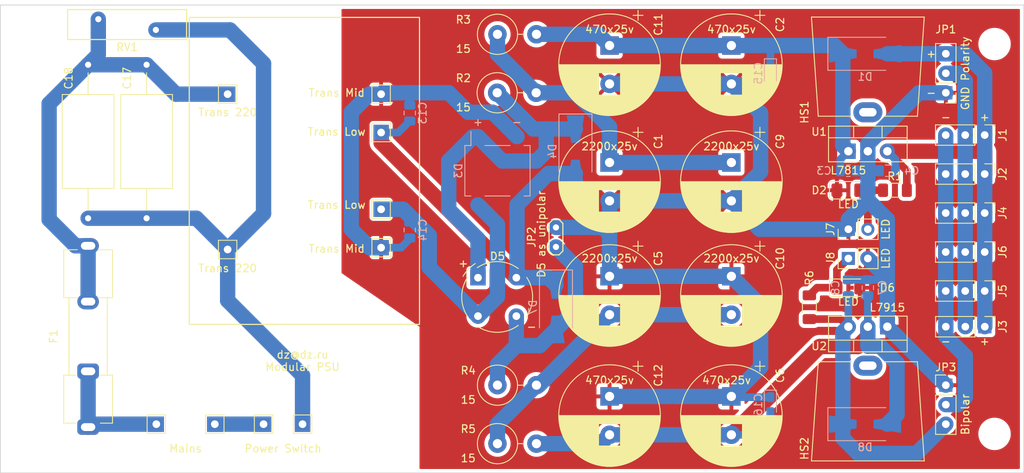
<source format=kicad_pcb>
(kicad_pcb (version 20211014) (generator pcbnew)
  (layers (0 "F.Cu" signal) (31 "B.Cu" signal) (34 "B.Paste" user) (35 "F.Paste" user) (36 "B.SilkS" user "B.Silkscreen") (37 "F.SilkS" user "F.Silkscreen") (38 "B.Mask" user) (39 "F.Mask" user) (44 "Edge.Cuts" user))
  (net 0 "")
  (net 1 "Net-(C1-Pad1)")
  (net 2 "Net-(C2-Pad1)")
  (net 3 "Net-(C4-Pad1)")
  (net 4 "Net-(C5-Pad2)")
  (net 5 "Net-(C6-Pad2)")
  (net 6 "Net-(C8-Pad2)")
  (net 7 "Net-(D3-Pad3)")
  (net 8 "Net-(D3-Pad4)")
  (net 9 "Net-(F1-Pad2)")
  (net 10 "Net-(TP6-Pad1)")
  (net 11 "Net-(D2-Pad2)")
  (net 12 "Net-(D3-Pad1)")
  (net 13 "Net-(D5-Pad3)")
  (net 14 "Net-(D6-Pad1)")
  (net 15 "Net-(F1-Pad1)")
  (net 18 "Net-(J1-Pad2)")
  (net 19 "Net-(J1-Pad3)")
  (net 20 "Net-(TP4-Pad1)")
  (net 21 "/GND")
  (footprint "Connector_PinHeader_2.54mm:PinHeader_1x03_P2.54mm_Vertical" (layer "F.Cu") (at 147.305 53.77 -90)
    (fp_text reference "J2" (at 0 -2.33 90) (layer "F.SilkS"))
    (fp_text value "Power")
    (pad "1" thru_hole rect (at 0 0 270) (size 1.7 1.7) (drill 1) (layers *.Cu *.Mask) (net 3 "Net-(C4-Pad1)"))
    (pad "2" thru_hole oval (at 0 2.54 270) (size 1.7 1.7) (drill 1) (layers *.Cu *.Mask) (net 18 "Net-(J1-Pad2)"))
    (pad "3" thru_hole oval (at 0 5.08 270) (size 1.7 1.7) (drill 1) (layers *.Cu *.Mask) (net 19 "Net-(J1-Pad3)"))
  )
  (footprint "TestPoint:TestPoint_THTPad_2.0x2.0mm_Drill1.0mm" (layer "F.Cu") (at 53.34 86.36)
    (fp_text reference "TP5" hide)
    (fp_text value "Power Switch" (at 2.54 3.175) (layer "F.SilkS"))
    (pad "1" thru_hole rect (at 0 0) (size 2 2) (drill 1) (layers *.Cu *.Mask) (net 20 "Net-(TP4-Pad1)"))
  )
  (footprint "Connector_PinHeader_2.54mm:PinHeader_1x03_P2.54mm_Vertical" (layer "F.Cu") (at 147.305 58.85 -90)
    (fp_text reference "J4" (at 0 -2.33 90) (layer "F.SilkS"))
    (fp_text value "Power")
    (pad "1" thru_hole rect (at 0 0 270) (size 1.7 1.7) (drill 1) (layers *.Cu *.Mask) (net 3 "Net-(C4-Pad1)"))
    (pad "2" thru_hole oval (at 0 2.54 270) (size 1.7 1.7) (drill 1) (layers *.Cu *.Mask) (net 18 "Net-(J1-Pad2)"))
    (pad "3" thru_hole oval (at 0 5.08 270) (size 1.7 1.7) (drill 1) (layers *.Cu *.Mask) (net 19 "Net-(J1-Pad3)"))
  )
  (footprint "MountingHole:MountingHole_3.2mm_M3" (layer "F.Cu") (at 22.86 87.63)
    (fp_text reference "H4" hide)
    (fp_text value "MountingHole" hide)
    (pad "" np_thru_hole circle (at 0 0) (size 3.2 3.2) (drill 3.2) (layers *.Cu *.Mask))
  )
  (footprint "TestPoint:TestPoint_THTPad_2.0x2.0mm_Drill1.0mm" (layer "F.Cu") (at 58.42 86.36)
    (fp_text reference "TP6" hide)
    (fp_text value "Power Switch")
    (pad "1" thru_hole rect (at 0 0) (size 2 2) (drill 1) (layers *.Cu *.Mask) (net 10 "Net-(TP6-Pad1)"))
  )
  (footprint "Capacitor_THT:CP_Radial_D13.0mm_P5.00mm" (layer "F.Cu") (at 98.425 82.745 -90)
    (fp_text reference "C12" (at -2.735 -6.35 90) (layer "F.SilkS"))
    (fp_text value "470x25v" (at -2.1 0 180) (layer "F.SilkS"))
    (pad "1" thru_hole rect (at 0 0 270) (size 2.4 2.4) (drill 1.2) (layers *.Cu *.Mask) (net 21 "/GND"))
    (pad "2" thru_hole circle (at 5 0 270) (size 2.4 2.4) (drill 1.2) (layers *.Cu *.Mask) (net 5 "Net-(C6-Pad2)"))
  )
  (footprint "Capacitor_THT:CP_Radial_D13.0mm_P5.00mm" (layer "F.Cu") (at 114.3 52.265 -90)
    (fp_text reference "C9" (at -2.735 -6.35 90) (layer "F.SilkS"))
    (fp_text value "2200x25v" (at -2.1 0 180) (layer "F.SilkS"))
    (pad "1" thru_hole rect (at 0 0 270) (size 2.4 2.4) (drill 1.2) (layers *.Cu *.Mask) (net 1 "Net-(C1-Pad1)"))
    (pad "2" thru_hole circle (at 5 0 270) (size 2.4 2.4) (drill 1.2) (layers *.Cu *.Mask) (net 21 "/GND"))
  )
  (footprint "MountingHole:MountingHole_3.2mm_M3" (layer "F.Cu") (at 148.59 87.63)
    (fp_text reference "H1" hide)
    (fp_text value "MountingHole" hide)
    (pad "" np_thru_hole circle (at 0 0) (size 3.2 3.2) (drill 3.2) (layers *.Cu *.Mask))
  )
  (footprint "Capacitor_THT:CP_Radial_D13.0mm_P5.00mm" (layer "F.Cu") (at 114.3 82.745 -90)
    (fp_text reference "C6" (at -2.735 -6.35 90) (layer "F.SilkS"))
    (fp_text value "470x25v" (at -2.1 0.635 180) (layer "F.SilkS"))
    (pad "1" thru_hole rect (at 0 0 270) (size 2.4 2.4) (drill 1.2) (layers *.Cu *.Mask) (net 21 "/GND"))
    (pad "2" thru_hole circle (at 5 0 270) (size 2.4 2.4) (drill 1.2) (layers *.Cu *.Mask) (net 5 "Net-(C6-Pad2)"))
  )
  (footprint "TestPoint:TestPoint_THTPad_2.0x2.0mm_Drill1.0mm" (layer "F.Cu") (at 48.66 43.36)
    (fp_text reference "TP3" hide)
    (fp_text value "Trans 220" (at 0 2.36) (layer "F.SilkS"))
    (pad "1" thru_hole rect (at 0 0) (size 2 2) (drill 1) (layers *.Cu *.Mask) (net 9 "Net-(F1-Pad2)"))
  )
  (footprint "Diode_THT:Diode_Bridge_Round_D9.0mm" (layer "F.Cu") (at 81.28 67.28)
    (fp_text reference "D5" (at 2.54 -2.794) (layer "F.SilkS"))
    (fp_text value "D_Bridge_+A-A")
    (pad "1" thru_hole rect (at 0 0) (size 2 2) (drill 1) (layers *.Cu *.Mask) (net 12 "Net-(D3-Pad1)"))
    (pad "2" thru_hole oval (at 0 5) (size 2 2) (drill 1) (layers *.Cu *.Mask) (net 8 "Net-(D3-Pad4)"))
    (pad "3" thru_hole oval (at 5 5) (size 2 2) (drill 1) (layers *.Cu *.Mask) (net 13 "Net-(D5-Pad3)"))
    (pad "4" thru_hole oval (at 5 0) (size 2 2) (drill 1) (layers *.Cu *.Mask) (net 7 "Net-(D3-Pad3)"))
  )
  (footprint "TestPoint:TestPoint_THTPad_2.0x2.0mm_Drill1.0mm" (layer "F.Cu") (at 68.66 48.36)
    (fp_text reference "TP1" hide)
    (fp_text value "Trans Low" (at -5.795 -0.1) (layer "F.SilkS"))
    (pad "1" thru_hole rect (at 0 0) (size 2 2) (drill 1) (layers *.Cu *.Mask) (net 7 "Net-(D3-Pad3)"))
  )
  (footprint "TestPoint:TestPoint_THTPad_2.0x2.0mm_Drill1.0mm" (layer "F.Cu") (at 68.66 43.36)
    (fp_text reference "TP10" hide)
    (fp_text value "Trans Mid" (at -5.795 -0.18) (layer "F.SilkS"))
    (pad "1" thru_hole rect (at 0 0) (size 2 2) (drill 1) (layers *.Cu *.Mask) (net 21 "/GND"))
  )
  (footprint "LED_SMD:LED_1206_3216Metric_Pad1.42x1.75mm_HandSolder" (layer "F.Cu") (at 129.54 55.88)
    (fp_text reference "D2" (at -3.81 0) (layer "F.SilkS"))
    (fp_text value "LED" (at 0 1.82) (layer "F.SilkS"))
    (pad "1" smd roundrect (at -1.4875 0) (size 1.425 1.75) (layers "F.Cu" "F.Paste" "F.Mask") (roundrect_rratio 0.1754392982) (net 21 "/GND"))
    (pad "2" smd roundrect (at 1.4875 0) (size 1.425 1.75) (layers "F.Cu" "F.Paste" "F.Mask") (roundrect_rratio 0.1754392982) (net 11 "Net-(D2-Pad2)"))
  )
  (footprint "Varistor:RV_Disc_D15.5mm_W3.9mm_P7.5mm" (layer "F.Cu") (at 31.81 33.59)
    (fp_text reference "RV1" (at 3.75 3.65) (layer "F.SilkS"))
    (fp_text value "Varistor")
    (pad "1" thru_hole circle (at 0 0) (size 1.8 1.8) (drill 0.8) (layers *.Cu *.Mask) (net 9 "Net-(F1-Pad2)"))
    (pad "2" thru_hole circle (at 7.5 1.4) (size 1.8 1.8) (drill 0.8) (layers *.Cu *.Mask) (net 10 "Net-(TP6-Pad1)"))
  )
  (footprint "Resistor_THT:R_Axial_DIN0516_L15.5mm_D5.0mm_P5.08mm_Vertical" (layer "F.Cu") (at 83.82 88.9)
    (fp_text reference "R5" (at -3.81 -1.905) (layer "F.SilkS"))
    (fp_text value "15" (at -3.81 1.905) (layer "F.SilkS"))
    (pad "1" thru_hole circle (at 0 0) (size 2.4 2.4) (drill 1.2) (layers *.Cu *.Mask) (net 4 "Net-(C5-Pad2)"))
    (pad "2" thru_hole oval (at 5.08 0) (size 2.4 2.4) (drill 1.2) (layers *.Cu *.Mask) (net 5 "Net-(C6-Pad2)"))
  )
  (footprint "Connector_PinHeader_2.54mm:PinHeader_1x02_P2.54mm_Vertical" (layer "F.Cu") (at 129.54 60.96 90)
    (fp_text reference "J7" (at 0 -2.33 90) (layer "F.SilkS"))
    (fp_text value "LED" (at 0 4.87 90) (layer "F.SilkS"))
    (pad "1" thru_hole rect (at 0 0 90) (size 1.7 1.7) (drill 1) (layers *.Cu *.Mask) (net 21 "/GND"))
    (pad "2" thru_hole oval (at 0 2.54 90) (size 1.7 1.7) (drill 1) (layers *.Cu *.Mask) (net 11 "Net-(D2-Pad2)"))
  )
  (footprint "Connector_PinHeader_2.54mm:PinHeader_1x03_P2.54mm_Vertical" (layer "F.Cu") (at 142.24 43.18 180)
    (fp_text reference "JP1" (at 0 8.255) (layer "F.SilkS"))
    (fp_text value "GND Polarity" (at -2.54 2.54 90) (layer "F.SilkS"))
    (pad "1" thru_hole rect (at 0 0 180) (size 1.7 1.7) (drill 1) (layers *.Cu *.Mask) (net 21 "/GND"))
    (pad "2" thru_hole oval (at 0 2.54 180) (size 1.7 1.7) (drill 1) (layers *.Cu *.Mask) (net 18 "Net-(J1-Pad2)"))
    (pad "3" thru_hole oval (at 0 5.08 180) (size 1.7 1.7) (drill 1) (layers *.Cu *.Mask) (net 3 "Net-(C4-Pad1)"))
  )
  (footprint "TestPoint:TestPoint_THTPad_2.0x2.0mm_Drill1.0mm" (layer "F.Cu") (at 46.99 86.36)
    (fp_text reference "TP4" hide)
    (fp_text value "Mains")
    (pad "1" thru_hole rect (at 0 0) (size 2 2) (drill 1) (layers *.Cu *.Mask) (net 20 "Net-(TP4-Pad1)"))
  )
  (footprint "LED_SMD:LED_1206_3216Metric_Pad1.42x1.75mm_HandSolder" (layer "F.Cu") (at 129.54 68.58)
    (fp_text reference "D6" (at 5.08 0) (layer "F.SilkS"))
    (fp_text value "LED" (at 0 1.82) (layer "F.SilkS"))
    (pad "1" smd roundrect (at -1.4875 0) (size 1.425 1.75) (layers "F.Cu" "F.Paste" "F.Mask") (roundrect_rratio 0.1754392982) (net 14 "Net-(D6-Pad1)"))
    (pad "2" smd roundrect (at 1.4875 0) (size 1.425 1.75) (layers "F.Cu" "F.Paste" "F.Mask") (roundrect_rratio 0.1754392982) (net 21 "/GND"))
  )
  (footprint "Capacitor_THT:C_Axial_L12.0mm_D6.5mm_P20.00mm_Horizontal" (layer "F.Cu") (at 38.1 39.53 -90)
    (fp_text reference "C17" (at 1.745 2.54 90) (layer "F.SilkS"))
    (fp_text value "C")
    (pad "1" thru_hole circle (at 0 0 270) (size 1.6 1.6) (drill 0.8) (layers *.Cu *.Mask) (net 9 "Net-(F1-Pad2)"))
    (pad "2" thru_hole oval (at 20 0 270) (size 1.6 1.6) (drill 0.8) (layers *.Cu *.Mask) (net 10 "Net-(TP6-Pad1)"))
  )
  (footprint "Connector_PinHeader_2.54mm:PinHeader_1x03_P2.54mm_Vertical" (layer "F.Cu") (at 147.305 69.01 -90)
    (fp_text reference "J5" (at 0 -2.33 90) (layer "F.SilkS"))
    (fp_text value "Power")
    (pad "1" thru_hole rect (at 0 0 270) (size 1.7 1.7) (drill 1) (layers *.Cu *.Mask) (net 3 "Net-(C4-Pad1)"))
    (pad "2" thru_hole oval (at 0 2.54 270) (size 1.7 1.7) (drill 1) (layers *.Cu *.Mask) (net 18 "Net-(J1-Pad2)"))
    (pad "3" thru_hole oval (at 0 5.08 270) (size 1.7 1.7) (drill 1) (layers *.Cu *.Mask) (net 19 "Net-(J1-Pad3)"))
  )
  (footprint "Connector_PinHeader_2.54mm:PinHeader_1x03_P2.54mm_Vertical" (layer "F.Cu") (at 142.24 81.28)
    (fp_text reference "JP3" (at 0 -2.33) (layer "F.SilkS"))
    (fp_text value "Bipolar" (at 2.54 3.81 90) (layer "F.SilkS"))
    (pad "1" thru_hole rect (at 0 0) (size 1.7 1.7) (drill 1) (layers *.Cu *.Mask) (net 21 "/GND"))
    (pad "2" thru_hole oval (at 0 2.54) (size 1.7 1.7) (drill 1) (layers *.Cu *.Mask) (net 19 "Net-(J1-Pad3)"))
    (pad "3" thru_hole oval (at 0 5.08) (size 1.7 1.7) (drill 1) (layers *.Cu *.Mask) (net 6 "Net-(C8-Pad2)"))
  )
  (footprint "Resistor_THT:R_Axial_DIN0516_L15.5mm_D5.0mm_P5.08mm_Vertical" (layer "F.Cu") (at 83.82 81.28)
    (fp_text reference "R4" (at -3.81 -1.905) (layer "F.SilkS"))
    (fp_text value "15" (at -3.81 1.905) (layer "F.SilkS"))
    (pad "1" thru_hole circle (at 0 0) (size 2.4 2.4) (drill 1.2) (layers *.Cu *.Mask) (net 13 "Net-(D5-Pad3)"))
    (pad "2" thru_hole oval (at 5.08 0) (size 2.4 2.4) (drill 1.2) (layers *.Cu *.Mask) (net 4 "Net-(C5-Pad2)"))
  )
  (footprint "Capacitor_THT:C_Axial_L12.0mm_D6.5mm_P20.00mm_Horizontal" (layer "F.Cu") (at 30.48 39.53 -90)
    (fp_text reference "C18" (at 1.745 2.54 90) (layer "F.SilkS"))
    (fp_text value "C")
    (pad "1" thru_hole circle (at 0 0 270) (size 1.6 1.6) (drill 0.8) (layers *.Cu *.Mask) (net 9 "Net-(F1-Pad2)"))
    (pad "2" thru_hole oval (at 20 0 270) (size 1.6 1.6) (drill 0.8) (layers *.Cu *.Mask) (net 10 "Net-(TP6-Pad1)"))
  )
  (footprint "Resistor_SMD:R_1206_3216Metric_Pad1.30x1.75mm_HandSolder" (layer "F.Cu") (at 124.46 71.12 90)
    (fp_text reference "R6" (at 3.81 0 90) (layer "F.SilkS"))
    (fp_text value "10k")
    (pad "1" smd roundrect (at -1.55 0 90) (size 1.3 1.75) (layers "F.Cu" "F.Paste" "F.Mask") (roundrect_rratio 0.1923076923) (net 6 "Net-(C8-Pad2)"))
    (pad "2" smd roundrect (at 1.55 0 90) (size 1.3 1.75) (layers "F.Cu" "F.Paste" "F.Mask") (roundrect_rratio 0.1923076923) (net 14 "Net-(D6-Pad1)"))
  )
  (footprint "Resistor_THT:R_Axial_DIN0516_L15.5mm_D5.0mm_P5.08mm_Vertical" (layer "F.Cu") (at 83.78 43.18)
    (fp_text reference "R2" (at -4.405 -1.905) (layer "F.SilkS"))
    (fp_text value "15" (at -4.405 1.905) (layer "F.SilkS"))
    (pad "1" thru_hole circle (at 0 0) (size 2.4 2.4) (drill 1.2) (layers *.Cu *.Mask) (net 12 "Net-(D3-Pad1)"))
    (pad "2" thru_hole oval (at 5.08 0) (size 2.4 2.4) (drill 1.2) (layers *.Cu *.Mask) (net 1 "Net-(C1-Pad1)"))
  )
  (footprint "Resistor_THT:R_Axial_DIN0516_L15.5mm_D5.0mm_P5.08mm_Vertical" (layer "F.Cu") (at 83.82 35.56)
    (fp_text reference "R3" (at -4.445 -1.905) (layer "F.SilkS"))
    (fp_text value "15" (at -4.445 1.905) (layer "F.SilkS"))
    (pad "1" thru_hole circle (at 0 0) (size 2.4 2.4) (drill 1.2) (layers *.Cu *.Mask) (net 1 "Net-(C1-Pad1)"))
    (pad "2" thru_hole oval (at 5.08 0) (size 2.4 2.4) (drill 1.2) (layers *.Cu *.Mask) (net 2 "Net-(C2-Pad1)"))
  )
  (footprint "MountingHole:MountingHole_3.2mm_M3" (layer "F.Cu") (at 22.86 36.83)
    (fp_text reference "H3" hide)
    (fp_text value "MountingHole" hide)
    (pad "" np_thru_hole circle (at 0 0) (size 3.2 3.2) (drill 3.2) (layers *.Cu *.Mask))
  )
  (footprint "Connector_PinHeader_2.54mm:PinHeader_1x03_P2.54mm_Vertical" (layer "F.Cu") (at 147.305 48.69 -90)
    (fp_text reference "J1" (at 0 -2.33 90) (layer "F.SilkS"))
    (fp_text value "Power")
    (pad "1" thru_hole rect (at 0 0 270) (size 1.7 1.7) (drill 1) (layers *.Cu *.Mask) (net 3 "Net-(C4-Pad1)"))
    (pad "2" thru_hole oval (at 0 2.54 270) (size 1.7 1.7) (drill 1) (layers *.Cu *.Mask) (net 18 "Net-(J1-Pad2)"))
    (pad "3" thru_hole oval (at 0 5.08 270) (size 1.7 1.7) (drill 1) (layers *.Cu *.Mask) (net 19 "Net-(J1-Pad3)"))
  )
  (footprint "Heatsink:Heatsink_AAVID_576802B03900G" (layer "F.Cu") (at 132.08 78.74 -90)
    (fp_text reference "HS2" (at 10.795 8.255 90) (layer "F.SilkS"))
    (fp_text value "Heatsink_Pad")
    (pad "1" thru_hole oval (at 0 0 270) (size 2.6 3.78) (drill oval 1.1 2.28) (layers *.Cu *.Mask))
  )
  (footprint "Connector_PinHeader_2.54mm:PinHeader_1x02_P2.54mm_Vertical" (layer "F.Cu") (at 129.54 64.77 90)
    (fp_text reference "J8" (at 0 -2.33 90) (layer "F.SilkS"))
    (fp_text value "LED" (at 0 4.87 90) (layer "F.SilkS"))
    (pad "1" thru_hole rect (at 0 0 90) (size 1.7 1.7) (drill 1) (layers *.Cu *.Mask) (net 14 "Net-(D6-Pad1)"))
    (pad "2" thru_hole oval (at 0 2.54 90) (size 1.7 1.7) (drill 1) (layers *.Cu *.Mask) (net 21 "/GND"))
  )
  (footprint "TestPoint:TestPoint_THTPad_2.0x2.0mm_Drill1.0mm" (layer "F.Cu") (at 39.37 86.36)
    (fp_text reference "TP2" hide)
    (fp_text value "Mains" (at 3.81 3.175) (layer "F.SilkS"))
    (pad "1" thru_hole rect (at 0 0) (size 2 2) (drill 1) (layers *.Cu *.Mask) (net 15 "Net-(F1-Pad1)"))
  )
  (footprint "TestPoint:TestPoint_2Pads_Pitch2.54mm_Drill0.8mm" (layer "F.Cu") (at 91.44 63.266 90)
    (fp_text reference "JP2" (at 1.27 -3.175 90) (layer "F.SilkS"))
    (fp_text value "D5 as unipolar" (at 1.671 -1.905 90) (layer "F.SilkS"))
    (pad "1" thru_hole circle (at 0 0 90) (size 1.4 1.4) (drill 0.8) (layers *.Cu *.Mask) (net 13 "Net-(D5-Pad3)"))
    (pad "2" thru_hole circle (at 2.54 0 90) (size 1.4 1.4) (drill 0.8) (layers *.Cu *.Mask) (net 21 "/GND"))
  )
  (footprint "TestPoint:TestPoint_THTPad_2.0x2.0mm_Drill1.0mm" (layer "F.Cu") (at 68.66 58.36)
    (fp_text reference "TP8" hide)
    (fp_text value "Trans Low" (at -5.795 -0.575) (layer "F.SilkS"))
    (pad "1" thru_hole rect (at 0 0) (size 2 2) (drill 1) (layers *.Cu *.Mask) (net 8 "Net-(D3-Pad4)"))
  )
  (footprint "MountingHole:MountingHole_3.2mm_M3" (layer "F.Cu") (at 148.59 36.83)
    (fp_text reference "H2" hide)
    (fp_text value "MountingHole" hide)
    (pad "" np_thru_hole circle (at 0 0) (size 3.2 3.2) (drill 3.2) (layers *.Cu *.Mask))
  )
  (footprint "Connector_PinHeader_2.54mm:PinHeader_1x03_P2.54mm_Vertical" (layer "F.Cu") (at 147.305 63.93 -90)
    (fp_text reference "J6" (at 0 -2.33 90) (layer "F.SilkS"))
    (fp_text value "Power")
    (pad "1" thru_hole rect (at 0 0 270) (size 1.7 1.7) (drill 1) (layers *.Cu *.Mask) (net 3 "Net-(C4-Pad1)"))
    (pad "2" thru_hole oval (at 0 2.54 270) (size 1.7 1.7) (drill 1) (layers *.Cu *.Mask) (net 18 "Net-(J1-Pad2)"))
    (pad "3" thru_hole oval (at 0 5.08 270) (size 1.7 1.7) (drill 1) (layers *.Cu *.Mask) (net 19 "Net-(J1-Pad3)"))
  )
  (footprint "Resistor_SMD:R_1206_3216Metric_Pad1.30x1.75mm_HandSolder" (layer "F.Cu") (at 135.61 55.88)
    (fp_text reference "R1" (at 0 -1.82) (layer "F.SilkS"))
    (fp_text value "10k")
    (pad "1" smd roundrect (at -1.55 0) (size 1.3 1.75) (layers "F.Cu" "F.Paste" "F.Mask") (roundrect_rratio 0.1923076923) (net 11 "Net-(D2-Pad2)"))
    (pad "2" smd roundrect (at 1.55 0) (size 1.3 1.75) (layers "F.Cu" "F.Paste" "F.Mask") (roundrect_rratio 0.1923076923) (net 3 "Net-(C4-Pad1)"))
  )
  (footprint "Capacitor_THT:CP_Radial_D13.0mm_P5.00mm" (layer "F.Cu") (at 114.3 67.094785 -90)
    (fp_text reference "C10" (at -2.324785 -6.35 90) (layer "F.SilkS"))
    (fp_text value "2200x25v" (at -2.324785 0 180) (layer "F.SilkS"))
    (pad "1" thru_hole rect (at 0 0 270) (size 2.4 2.4) (drill 1.2) (layers *.Cu *.Mask) (net 21 "/GND"))
    (pad "2" thru_hole circle (at 5 0 270) (size 2.4 2.4) (drill 1.2) (layers *.Cu *.Mask) (net 4 "Net-(C5-Pad2)"))
  )
  (footprint "Fuse:Fuseholder_Clip-5x20mm_Keystone_3512_Inline_P23.62x7.27mm_D1.02x1.57mm_Horizontal" (layer "F.Cu") (at 30.48 86.74 90)
    (fp_text reference "F1" (at 11.81 -4.5 90) (layer "F.SilkS"))
    (fp_text value "Fuse")
    (pad "1" thru_hole roundrect (at 7.27 0 90) (size 2 2.8) (drill oval 1.02 1.87) (layers *.Cu *.Mask) (net 15 "Net-(F1-Pad1)"))
    (pad "1" thru_hole roundrect (at 0 0 90) (size 2 2.8) (drill oval 1.02 1.87) (layers *.Cu *.Mask) (net 15 "Net-(F1-Pad1)"))
    (pad "2" thru_hole oval (at 23.62 0 90) (size 2 2.8) (drill oval 1.02 1.87) (layers *.Cu *.Mask) (net 9 "Net-(F1-Pad2)"))
    (pad "2" thru_hole oval (at 16.35 0 90) (size 2 2.8) (drill oval 1.02 1.87) (layers *.Cu *.Mask) (net 9 "Net-(F1-Pad2)"))
  )
  (footprint "Capacitor_THT:CP_Radial_D13.0mm_P5.00mm" (layer "F.Cu") (at 114.3 37.025 -90)
    (fp_text reference "C2" (at -2.735 -6.35 90) (layer "F.SilkS"))
    (fp_text value "470x25v" (at -2.1 0 180) (layer "F.SilkS"))
    (pad "1" thru_hole rect (at 0 0 270) (size 2.4 2.4) (drill 1.2) (layers *.Cu *.Mask) (net 2 "Net-(C2-Pad1)"))
    (pad "2" thru_hole circle (at 5 0 270) (size 2.4 2.4) (drill 1.2) (layers *.Cu *.Mask) (net 21 "/GND"))
  )
  (footprint "Package_TO_SOT_THT:TO-220-3_Vertical" (layer "F.Cu") (at 134.62 73.66 180)
    (fp_text reference "U2" (at 8.89 -2.54) (layer "F.SilkS"))
    (fp_text value "L7915" (at 0 2.5) (layer "F.SilkS"))
    (pad "1" thru_hole rect (at 0 0 180) (size 1.905 2) (drill 1.1) (layers *.Cu *.Mask) (net 21 "/GND"))
    (pad "2" thru_hole oval (at 2.54 0 180) (size 1.905 2) (drill 1.1) (layers *.Cu *.Mask) (net 5 "Net-(C6-Pad2)"))
    (pad "3" thru_hole oval (at 5.08 0 180) (size 1.905 2) (drill 1.1) (layers *.Cu *.Mask) (net 6 "Net-(C8-Pad2)"))
  )
  (footprint "Heatsink:Heatsink_AAVID_576802B03900G" (layer "F.Cu") (at 132.08 45.72 90)
    (fp_text reference "HS1" (at 0 -8.255 90) (layer "F.SilkS"))
    (fp_text value "Heatsink_Pad")
    (pad "1" thru_hole oval (at 0 0 90) (size 2.6 3.78) (drill oval 1.1 2.28) (layers *.Cu *.Mask))
  )
  (footprint "Package_TO_SOT_THT:TO-220-3_Vertical" (layer "F.Cu") (at 129.54 50.8)
    (fp_text reference "U1" (at -3.81 -2.54) (layer "F.SilkS"))
    (fp_text value "L7815" (at 0 2.5) (layer "F.SilkS"))
    (pad "1" thru_hole rect (at 0 0) (size 1.905 2) (drill 1.1) (layers *.Cu *.Mask) (net 2 "Net-(C2-Pad1)"))
    (pad "2" thru_hole oval (at 2.54 0) (size 1.905 2) (drill 1.1) (layers *.Cu *.Mask) (net 21 "/GND"))
    (pad "3" thru_hole oval (at 5.08 0) (size 1.905 2) (drill 1.1) (layers *.Cu *.Mask) (net 3 "Net-(C4-Pad1)"))
  )
  (footprint "Connector_PinHeader_2.54mm:PinHeader_1x03_P2.54mm_Vertical" (layer "F.Cu") (at 147.32 73.66 -90)
    (fp_text reference "J3" (at 0 -2.33 90) (layer "F.SilkS"))
    (fp_text value "Power")
    (pad "1" thru_hole rect (at 0 0 270) (size 1.7 1.7) (drill 1) (layers *.Cu *.Mask) (net 3 "Net-(C4-Pad1)"))
    (pad "2" thru_hole oval (at 0 2.54 270) (size 1.7 1.7) (drill 1) (layers *.Cu *.Mask) (net 18 "Net-(J1-Pad2)"))
    (pad "3" thru_hole oval (at 0 5.08 270) (size 1.7 1.7) (drill 1) (layers *.Cu *.Mask) (net 19 "Net-(J1-Pad3)"))
  )
  (footprint "TestPoint:TestPoint_THTPad_2.0x2.0mm_Drill1.0mm" (layer "F.Cu") (at 68.66 63.36)
    (fp_text reference "TP9" hide)
    (fp_text value "Trans Mid" (at -5.795 0.14) (layer "F.SilkS"))
    (pad "1" thru_hole rect (at 0 0) (size 2 2) (drill 1) (layers *.Cu *.Mask) (net 21 "/GND"))
  )
  (footprint "Capacitor_THT:CP_Radial_D13.0mm_P5.00mm" (layer "F.Cu") (at 98.425 37.025 -90)
    (fp_text reference "C11" (at -2.735 -6.35 90) (layer "F.SilkS"))
    (fp_text value "470x25v" (at -2.1 0 180) (layer "F.SilkS"))
    (pad "1" thru_hole rect (at 0 0 270) (size 2.4 2.4) (drill 1.2) (layers *.Cu *.Mask) (net 2 "Net-(C2-Pad1)"))
    (pad "2" thru_hole circle (at 5 0 270) (size 2.4 2.4) (drill 1.2) (layers *.Cu *.Mask) (net 21 "/GND"))
  )
  (footprint "Capacitor_THT:CP_Radial_D13.0mm_P5.00mm" (layer "F.Cu") (at 98.425 52.265 -90)
    (fp_text reference "C1" (at -2.735 -6.35 90) (layer "F.SilkS"))
    (fp_text value "2200x25v" (at -2.1 0 180) (layer "F.SilkS"))
    (pad "1" thru_hole rect (at 0 0 270) (size 2.4 2.4) (drill 1.2) (layers *.Cu *.Mask) (net 1 "Net-(C1-Pad1)"))
    (pad "2" thru_hole circle (at 5 0 270) (size 2.4 2.4) (drill 1.2) (layers *.Cu *.Mask) (net 21 "/GND"))
  )
  (footprint "Capacitor_THT:CP_Radial_D13.0mm_P5.00mm" (layer "F.Cu") (at 98.425 67.094785 -90)
    (fp_text reference "C5" (at -2.324785 -6.35 90) (layer "F.SilkS"))
    (fp_text value "2200x25v" (at -2.324785 0 180) (layer "F.SilkS"))
    (pad "1" thru_hole rect (at 0 0 270) (size 2.4 2.4) (drill 1.2) (layers *.Cu *.Mask) (net 21 "/GND"))
    (pad "2" thru_hole circle (at 5 0 270) (size 2.4 2.4) (drill 1.2) (layers *.Cu *.Mask) (net 4 "Net-(C5-Pad2)"))
  )
  (footprint "TestPoint:TestPoint_THTPad_2.0x2.0mm_Drill1.0mm" (layer "F.Cu") (at 48.66 63.6)
    (fp_text reference "TP7" hide)
    (fp_text value "Trans 220" (at 0 2.44) (layer "F.SilkS"))
    (pad "1" thru_hole rect (at 0 0) (size 2 2) (drill 1) (layers *.Cu *.Mask) (net 10 "Net-(TP6-Pad1)"))
  )
  (footprint "Diode_SMD:D_SMA-SMB_Universal_Handsoldering" (layer "B.Cu") (at 91.44 71.12 -90)
    (fp_text reference "D7" (at 0 3 90) (layer "B.SilkS") (effects (justify mirror)))
    (fp_text value "D")
    (pad "1" smd trapezoid (at -2.9 0 270) (size 3.6 1.7) (rect_delta 0.6 0) (layers "B.Cu" "B.Paste" "B.Mask") (net 7 "Net-(D3-Pad3)"))
    (pad "2" smd trapezoid (at 2.9 0 90) (size 3.6 1.7) (rect_delta 0.6 0) (layers "B.Cu" "B.Paste" "B.Mask") (net 13 "Net-(D5-Pad3)"))
  )
  (footprint "Capacitor_Tantalum_SMD:CP_EIA-2012-12_Kemet-R_Pad1.30x1.05mm_HandSolder" (layer "B.Cu") (at 119.38 83.82 -90)
    (fp_text reference "C16" (at 0 1.58 90) (layer "B.SilkS") (effects (justify mirror)))
    (fp_text value "47x25v Tantalum")
    (pad "1" smd roundrect (at -0.975 0 270) (size 1.3 1.05) (layers "B.Cu" "B.Paste" "B.Mask") (roundrect_rratio 0.2380952381) (net 21 "/GND"))
    (pad "2" smd roundrect (at 0.975 0 270) (size 1.3 1.05) (layers "B.Cu" "B.Paste" "B.Mask") (roundrect_rratio 0.2380952381) (net 5 "Net-(C6-Pad2)"))
  )
  (footprint "Diode_SMD:D_SMA-SMB_Universal_Handsoldering" (layer "B.Cu") (at 131.72 38.1)
    (fp_text reference "D1" (at 0 3) (layer "B.SilkS") (effects (justify mirror)))
    (fp_text value "D")
    (pad "1" smd trapezoid (at -2.9 0) (size 3.6 1.7) (rect_delta 0.6 0) (layers "B.Cu" "B.Paste" "B.Mask") (net 2 "Net-(C2-Pad1)"))
    (pad "2" smd trapezoid (at 2.9 0 180) (size 3.6 1.7) (rect_delta 0.6 0) (layers "B.Cu" "B.Paste" "B.Mask") (net 3 "Net-(C4-Pad1)"))
  )
  (footprint "Capacitor_SMD:C_0805_2012Metric_Pad1.18x1.45mm_HandSolder" (layer "B.Cu") (at 72.39 61.06 90)
    (fp_text reference "C14" (at 0 1.68 90) (layer "B.SilkS") (effects (justify mirror)))
    (fp_text value "0,1")
    (pad "1" smd roundrect (at -1.0375 0 90) (size 1.175 1.45) (layers "B.Cu" "B.Paste" "B.Mask") (roundrect_rratio 0.2127659574) (net 21 "/GND"))
    (pad "2" smd roundrect (at 1.0375 0 90) (size 1.175 1.45) (layers "B.Cu" "B.Paste" "B.Mask") (roundrect_rratio 0.2127659574) (net 8 "Net-(D3-Pad4)"))
  )
  (footprint "Capacitor_Tantalum_SMD:CP_EIA-2012-12_Kemet-R_Pad1.30x1.05mm_HandSolder" (layer "B.Cu") (at 119.38 40.64 -90)
    (fp_text reference "C15" (at 0 1.58 90) (layer "B.SilkS") (effects (justify mirror)))
    (fp_text value "47x25v Tantalum")
    (pad "1" smd roundrect (at -0.975 0 270) (size 1.3 1.05) (layers "B.Cu" "B.Paste" "B.Mask") (roundrect_rratio 0.2380952381) (net 2 "Net-(C2-Pad1)"))
    (pad "2" smd roundrect (at 0.975 0 270) (size 1.3 1.05) (layers "B.Cu" "B.Paste" "B.Mask") (roundrect_rratio 0.2380952381) (net 21 "/GND"))
  )
  (footprint "Capacitor_SMD:C_0805_2012Metric_Pad1.18x1.45mm_HandSolder" (layer "B.Cu") (at 129.54 68.58 -90)
    (fp_text reference "C8" (at 0 1.68 90) (layer "B.SilkS") (effects (justify mirror)))
    (fp_text value "0,33")
    (pad "1" smd roundrect (at -1.0375 0 270) (size 1.175 1.45) (layers "B.Cu" "B.Paste" "B.Mask") (roundrect_rratio 0.2127659574) (net 21 "/GND"))
    (pad "2" smd roundrect (at 1.0375 0 270) (size 1.175 1.45) (layers "B.Cu" "B.Paste" "B.Mask") (roundrect_rratio 0.2127659574) (net 6 "Net-(C8-Pad2)"))
  )
  (footprint "Capacitor_SMD:C_0805_2012Metric_Pad1.18x1.45mm_HandSolder" (layer "B.Cu") (at 72.39 45.82 90)
    (fp_text reference "C13" (at 0 1.68 90) (layer "B.SilkS") (effects (justify mirror)))
    (fp_text value "0,1")
    (pad "1" smd roundrect (at -1.0375 0 90) (size 1.175 1.45) (layers "B.Cu" "B.Paste" "B.Mask") (roundrect_rratio 0.2127659574) (net 7 "Net-(D3-Pad3)"))
    (pad "2" smd roundrect (at 1.0375 0 90) (size 1.175 1.45) (layers "B.Cu" "B.Paste" "B.Mask") (roundrect_rratio 0.2127659574) (net 21 "/GND"))
  )
  (footprint "Capacitor_SMD:C_0805_2012Metric_Pad1.18x1.45mm_HandSolder" (layer "B.Cu") (at 132.08 68.58 -90)
    (fp_text reference "C7" (at 0 -1.905 90) (layer "B.SilkS") (effects (justify mirror)))
    (fp_text value "0,33")
    (pad "1" smd roundrect (at -1.0375 0 270) (size 1.175 1.45) (layers "B.Cu" "B.Paste" "B.Mask") (roundrect_rratio 0.2127659574) (net 21 "/GND"))
    (pad "2" smd roundrect (at 1.0375 0 270) (size 1.175 1.45) (layers "B.Cu" "B.Paste" "B.Mask") (roundrect_rratio 0.2127659574) (net 5 "Net-(C6-Pad2)"))
  )
  (footprint "Diode_SMD:D_SMA-SMB_Universal_Handsoldering" (layer "B.Cu") (at 131.72 86.36)
    (fp_text reference "D8" (at 0 3) (layer "B.SilkS") (effects (justify mirror)))
    (fp_text value "D")
    (pad "1" smd trapezoid (at -2.9 0) (size 3.6 1.7) (rect_delta 0.6 0) (layers "B.Cu" "B.Paste" "B.Mask") (net 6 "Net-(C8-Pad2)"))
    (pad "2" smd trapezoid (at 2.9 0 180) (size 3.6 1.7) (rect_delta 0.6 0) (layers "B.Cu" "B.Paste" "B.Mask") (net 5 "Net-(C6-Pad2)"))
  )
  (footprint "Capacitor_SMD:C_0805_2012Metric_Pad1.18x1.45mm_HandSolder" (layer "B.Cu") (at 134.62 53.34 180)
    (fp_text reference "C4" (at -3.175 0) (layer "B.SilkS") (effects (justify mirror)))
    (fp_text value "0,33")
    (pad "1" smd roundrect (at -1.0375 0 180) (size 1.175 1.45) (layers "B.Cu" "B.Paste" "B.Mask") (roundrect_rratio 0.2127659574) (net 3 "Net-(C4-Pad1)"))
    (pad "2" smd roundrect (at 1.0375 0 180) (size 1.175 1.45) (layers "B.Cu" "B.Paste" "B.Mask") (roundrect_rratio 0.2127659574) (net 21 "/GND"))
  )
  (footprint "Diode_SMD:Diode_Bridge_OnSemi_SDIP-4L" (layer "B.Cu") (at 83.82 53.34 -90)
    (fp_text reference "D3" (at 0 5.1 90) (layer "B.SilkS") (effects (justify mirror)))
    (fp_text value "MB6S")
    (pad "1" smd rect (at -4.45 2.55 270) (size 1.5 1.3) (layers "B.Cu" "B.Paste" "B.Mask") (net 12 "Net-(D3-Pad1)"))
    (pad "2" smd rect (at -4.45 -2.55 270) (size 1.5 1.3) (layers "B.Cu" "B.Paste" "B.Mask") (net 21 "/GND"))
    (pad "3" smd rect (at 4.45 -2.55 270) (size 1.5 1.3) (layers "B.Cu" "B.Paste" "B.Mask") (net 7 "Net-(D3-Pad3)"))
    (pad "4" smd rect (at 4.45 2.55 270) (size 1.5 1.3) (layers "B.Cu" "B.Paste" "B.Mask") (net 8 "Net-(D3-Pad4)"))
  )
  (footprint "Diode_SMD:D_SMA-SMB_Universal_Handsoldering" (layer "B.Cu") (at 93.98 50.8 -90)
    (fp_text reference "D4" (at 0 3 90) (layer "B.SilkS") (effects (justify mirror)))
    (fp_text value "D")
    (pad "1" smd trapezoid (at -2.9 0 270) (size 3.6 1.7) (rect_delta 0.6 0) (layers "B.Cu" "B.Paste" "B.Mask") (net 12 "Net-(D3-Pad1)"))
    (pad "2" smd trapezoid (at 2.9 0 90) (size 3.6 1.7) (rect_delta 0.6 0) (layers "B.Cu" "B.Paste" "B.Mask") (net 7 "Net-(D3-Pad3)"))
  )
  (footprint "Capacitor_SMD:C_0805_2012Metric_Pad1.18x1.45mm_HandSolder" (layer "B.Cu") (at 129.54 53.34)
    (fp_text reference "C3" (at -3.175 0) (layer "B.SilkS") (effects (justify mirror)))
    (fp_text value "0,33")
    (pad "1" smd roundrect (at -1.0375 0) (size 1.175 1.45) (layers "B.Cu" "B.Paste" "B.Mask") (roundrect_rratio 0.2127659574) (net 2 "Net-(C2-Pad1)"))
    (pad "2" smd roundrect (at 1.0375 0) (size 1.175 1.45) (layers "B.Cu" "B.Paste" "B.Mask") (roundrect_rratio 0.2127659574) (net 21 "/GND"))
  )
  (gr_rect (start 73.66 33.36) (end 43.66 73.36) (layer "F.SilkS") (width 0.15) (fill none))
  (gr_rect (start 19.05 31.75) (end 152.4 92.71) (layer "Edge.Cuts") (width 0.1) (fill none))
  (gr_text "-" (at 86.36 46.99) (layer "B.SilkS") (effects (font (size 1 1)) (justify mirror)))
  (gr_text "+" (at 81.28 46.99) (layer "B.SilkS") (effects (font (size 1 1)) (justify mirror)))
  (gr_text "dz@dz.ru\nModular PSU" (at 58.42 78.105) (layer "F.SilkS") (effects (font (size 1 1))))
  (gr_text "-" (at 142.24 75.565) (layer "F.SilkS") (effects (font (size 1 1))))
  (gr_text "-" (at 88.265 73.66) (layer "F.SilkS") (effects (font (size 1 1))))
  (gr_text "+" (at 147.305 46.355) (layer "F.SilkS") (effects (font (size 1 1))))
  (gr_text "+" (at 147.305 75.565) (layer "F.SilkS") (effects (font (size 1 1))))
  (gr_text "+" (at 140.335 38.1) (layer "F.SilkS") (effects (font (size 1 1))))
  (gr_text "+" (at 79.375 65.405) (layer "F.SilkS") (effects (font (size 1 1))))
  (gr_text "-" (at 140.335 43.18) (layer "F.SilkS") (effects (font (size 1 1))))
  (gr_text "-" (at 142.24 46.355) (layer "F.SilkS") (effects (font (size 1 1))))
  (segment (start 114.3 52.265) (end 98.425 52.265) (width 2) (layer "B.Cu") (net 1))
  (segment (start 83.82 38.14) (end 88.86 43.18) (width 2) (layer "B.Cu") (net 1))
  (segment (start 93.98 43.18) (end 98.425 47.625) (width 2) (layer "B.Cu") (net 1))
  (segment (start 88.86 43.18) (end 93.98 43.18) (width 2) (layer "B.Cu") (net 1))
  (segment (start 83.82 35.56) (end 83.82 38.14) (width 2) (layer "B.Cu") (net 1))
  (segment (start 98.425 47.625) (end 98.425 52.265) (width 2) (layer "B.Cu") (net 1))
  (segment (start 98.425 37.025) (end 114.3 37.025) (width 2) (layer "B.Cu") (net 2))
  (segment (start 119.38 39.665) (end 119.38 37.22) (width 1) (layer "B.Cu") (net 2))
  (segment (start 128.5025 51.8375) (end 129.54 50.8) (width 1) (layer "B.Cu") (net 2))
  (segment (start 127.745 37.025) (end 128.82 38.1) (width 2) (layer "B.Cu") (net 2))
  (segment (start 119.38 37.22) (end 119.185 37.025) (width 1) (layer "B.Cu") (net 2))
  (segment (start 88.9 35.56) (end 96.96 35.56) (width 2) (layer "B.Cu") (net 2))
  (segment (start 128.5025 53.34) (end 128.5025 51.8375) (width 1) (layer "B.Cu") (net 2))
  (segment (start 119.185 37.025) (end 127.745 37.025) (width 2) (layer "B.Cu") (net 2))
  (segment (start 128.82 50.08) (end 128.82 38.1) (width 2) (layer "B.Cu") (net 2))
  (segment (start 129.54 50.8) (end 128.82 50.08) (width 2) (layer "B.Cu") (net 2))
  (segment (start 96.96 35.56) (end 98.425 37.025) (width 2) (layer "B.Cu") (net 2))
  (segment (start 114.3 37.025) (end 119.185 37.025) (width 2) (layer "B.Cu") (net 2))
  (segment (start 137.16 53.34) (end 134.62 50.8) (width 1) (layer "F.Cu") (net 3))
  (segment (start 147.185 50.8) (end 147.305 50.92) (width 2) (layer "F.Cu") (net 3))
  (segment (start 137.16 55.88) (end 137.16 53.34) (width 1) (layer "F.Cu") (net 3))
  (segment (start 147.305 50.92) (end 147.305 53.77) (width 2) (layer "F.Cu") (net 3))
  (segment (start 134.62 50.8) (end 147.185 50.8) (width 2) (layer "F.Cu") (net 3))
  (segment (start 147.32 73.66) (end 147.32 69.025) (width 2) (layer "B.Cu") (net 3))
  (segment (start 135.6575 51.8375) (end 134.62 50.8) (width 1) (layer "B.Cu") (net 3))
  (segment (start 147.305 69.01) (end 147.305 63.93) (width 2) (layer "B.Cu") (net 3))
  (segment (start 142.24 38.1) (end 134.62 38.1) (width 2) (layer "B.Cu") (net 3))
  (segment (start 135.6575 53.34) (end 135.6575 51.8375) (width 1) (layer "B.Cu") (net 3))
  (segment (start 147.305 48.69) (end 147.305 40.625) (width 2) (layer "B.Cu") (net 3))
  (segment (start 147.305 40.625) (end 144.78 38.1) (width 2) (layer "B.Cu") (net 3))
  (segment (start 147.305 48.69) (end 147.305 53.77) (width 2) (layer "B.Cu") (net 3))
  (segment (start 147.305 58.85) (end 147.305 53.77) (width 2) (layer "B.Cu") (net 3))
  (segment (start 147.305 63.93) (end 147.305 58.85) (width 2) (layer "B.Cu") (net 3))
  (segment (start 144.78 38.1) (end 142.24 38.1) (width 2) (layer "B.Cu") (net 3))
  (segment (start 147.32 69.025) (end 147.305 69.01) (width 2) (layer "B.Cu") (net 3))
  (segment (start 114.3 72.094785) (end 98.425 72.094785) (width 2) (layer "B.Cu") (net 4))
  (segment (start 88.9 81.28) (end 89.239785 81.28) (width 2) (layer "B.Cu") (net 4))
  (segment (start 83.82 86.36) (end 88.9 81.28) (width 2) (layer "B.Cu") (net 4))
  (segment (start 83.82 88.9) (end 83.82 86.36) (width 2) (layer "B.Cu") (net 4))
  (segment (start 89.239785 81.28) (end 98.425 72.094785) (width 2) (layer "B.Cu") (net 4))
  (segment (start 114.3 87.745) (end 125.805 76.24) (width 2) (layer "F.Cu") (net 5))
  (segment (start 130.77 76.24) (end 132.08 74.93) (width 2) (layer "F.Cu") (net 5))
  (segment (start 125.805 76.24) (end 130.77 76.24) (width 2) (layer "F.Cu") (net 5))
  (segment (start 132.08 74.93) (end 132.08 73.66) (width 2) (layer "F.Cu") (net 5))
  (segment (start 97.27 88.9) (end 98.425 87.745) (width 2) (layer "B.Cu") (net 5))
  (segment (start 119.38 84.795) (end 119.38 86.36) (width 1) (layer "B.Cu") (net 5))
  (segment (start 119.38 86.36) (end 117.995 87.745) (width 1) (layer "B.Cu") (net 5))
  (segment (start 117.995 87.745) (end 114.3 87.745) (width 1) (layer "B.Cu") (net 5))
  (segment (start 132.08 73.66) (end 132.08 76.2) (width 2) (layer "B.Cu") (net 5))
  (segment (start 132.08 69.6175) (end 132.08 73.66) (width 1) (layer "B.Cu") (net 5))
  (segment (start 132.08 76.2) (end 133.665534 76.2) (width 2) (layer "B.Cu") (net 5))
  (segment (start 135.89 85.09) (end 134.62 86.36) (width 2) (layer "B.Cu") (net 5))
  (segment (start 88.9 88.9) (end 97.27 88.9) (width 2) (layer "B.Cu") (net 5))
  (segment (start 135.89 78.424466) (end 135.89 85.09) (width 2) (layer "B.Cu") (net 5))
  (segment (start 114.3 87.745) (end 98.425 87.745) (width 2) (layer "B.Cu") (net 5))
  (segment (start 133.665534 76.2) (end 135.89 78.424466) (width 2) (layer "B.Cu") (net 5))
  (segment (start 124.46 72.67) (end 128.55 72.67) (width 1) (layer "F.Cu") (net 6))
  (segment (start 128.55 72.67) (end 129.54 73.66) (width 1) (layer "F.Cu") (net 6))
  (segment (start 130.81 90.17) (end 128.82 88.18) (width 2) (layer "B.Cu") (net 6))
  (segment (start 129.54 69.6175) (end 129.54 73.66) (width 1) (layer "B.Cu") (net 6))
  (segment (start 128.82 86.36) (end 128.82 74.38) (width 2) (layer "B.Cu") (net 6))
  (segment (start 128.82 74.38) (end 129.54 73.66) (width 2) (layer "B.Cu") (net 6))
  (segment (start 142.24 86.36) (end 138.43 90.17) (width 2) (layer "B.Cu") (net 6))
  (segment (start 138.43 90.17) (end 130.81 90.17) (width 2) (layer "B.Cu") (net 6))
  (segment (start 128.82 88.18) (end 128.82 86.36) (width 2) (layer "B.Cu") (net 6))
  (segment (start 86.28 67.28) (end 68.66 49.66) (width 2) (layer "F.Cu") (net 7))
  (segment (start 68.66 49.66) (end 68.66 48.36) (width 2) (layer "F.Cu") (net 7))
  (segment (start 68.66 48.36) (end 70.8875 48.36) (width 1) (layer "B.Cu") (net 7))
  (segment (start 70.8875 48.36) (end 72.39 46.8575) (width 1) (layer "B.Cu") (net 7))
  (segment (start 86.37 57.79) (end 86.37 67.19) (width 2) (layer "B.Cu") (net 7))
  (segment (start 86.37 67.19) (end 86.28 67.28) (width 2) (layer "B.Cu") (net 7))
  (segment (start 90.46 53.7) (end 86.37 57.79) (width 2) (layer "B.Cu") (net 7))
  (segment (start 86.28 67.28) (end 90.5 67.28) (width 2) (layer "B.Cu") (net 7))
  (segment (start 93.98 53.7) (end 90.46 53.7) (width 2) (layer "B.Cu") (net 7))
  (segment (start 90.5 67.28) (end 91.44 68.22) (width 2) (layer "B.Cu") (net 7))
  (segment (start 74.93 65.93) (end 74.93 61.77439) (width 2) (layer "B.Cu") (net 8))
  (segment (start 83.82 60.34) (end 81.27 57.79) (width 2) (layer "B.Cu") (net 8))
  (segment (start 81.28 72.28) (end 74.93 65.93) (width 2) (layer "B.Cu") (net 8))
  (segment (start 74.93 61.77439) (end 71.51561 58.36) (width 2) (layer "B.Cu") (net 8))
  (segment (start 71.51561 58.36) (end 68.66 58.36) (width 2) (layer "B.Cu") (net 8))
  (segment (start 83.82 69.74) (end 83.82 60.34) (width 2) (layer "B.Cu") (net 8))
  (segment (start 81.28 72.28) (end 83.82 69.74) (width 2) (layer "B.Cu") (net 8))
  (segment (start 41.93 43.36) (end 38.1 39.53) (width 2) (layer "B.Cu") (net 9))
  (segment (start 30.48 39.53) (end 25.4 44.61) (width 2) (layer "B.Cu") (net 9))
  (segment (start 25.4 59.69) (end 28.83 63.12) (width 2) (layer "B.Cu") (net 9))
  (segment (start 25.4 44.61) (end 25.4 59.69) (width 2) (layer "B.Cu") (net 9))
  (segment (start 38.1 39.53) (end 30.48 39.53) (width 2) (layer "B.Cu") (net 9))
  (segment (start 28.83 63.12) (end 30.48 63.12) (width 2) (layer "B.Cu") (net 9))
  (segment (start 30.48 70.39) (end 30.48 63.12) (width 2) (layer "B.Cu") (net 9))
  (segment (start 31.81 38.2) (end 30.48 39.53) (width 2) (layer "B.Cu") (net 9))
  (segment (start 48.66 43.36) (end 41.93 43.36) (width 2) (layer "B.Cu") (net 9))
  (segment (start 31.81 33.59) (end 31.81 38.2) (width 2) (layer "B.Cu") (net 9))
  (segment (start 30.48 59.53) (end 38.1 59.53) (width 2) (layer "B.Cu") (net 10))
  (segment (start 48.66 63.6) (end 48.66 70.25) (width 2) (layer "B.Cu") (net 10))
  (segment (start 38.1 59.53) (end 44.59 59.53) (width 2) (layer "B.Cu") (net 10))
  (segment (start 53.34 58.92) (end 48.66 63.6) (width 2) (layer "B.Cu") (net 10))
  (segment (start 39.31 34.99) (end 48.96 34.99) (width 2) (layer "B.Cu") (net 10))
  (segment (start 58.42 80.01) (end 58.42 86.36) (width 2) (layer "B.Cu") (net 10))
  (segment (start 48.96 34.99) (end 53.34 39.37) (width 2) (layer "B.Cu") (net 10))
  (segment (start 44.59 59.53) (end 48.66 63.6) (width 2) (layer "B.Cu") (net 10))
  (segment (start 53.34 39.37) (end 53.34 58.92) (width 2) (layer "B.Cu") (net 10))
  (segment (start 48.66 70.25) (end 58.42 80.01) (width 2) (layer "B.Cu") (net 10))
  (segment (start 132.08 55.88) (end 131.0275 55.88) (width 1) (layer "F.Cu") (net 11))
  (segment (start 132.08 60.96) (end 132.08 55.88) (width 1) (layer "F.Cu") (net 11))
  (segment (start 134.06 55.88) (end 132.08 55.88) (width 1) (layer "F.Cu") (net 11))
  (segment (start 93.98 47.9) (end 90.53 47.9) (width 2) (layer "B.Cu") (net 12))
  (segment (start 77.47 58.42) (end 77.47 52.07) (width 2) (layer "B.Cu") (net 12))
  (segment (start 90.53 47.9) (end 90.17 48.26) (width 2) (layer "B.Cu") (net 12))
  (segment (start 90.17 48.26) (end 90.17 50.8) (width 2) (layer "B.Cu") (net 12))
  (segment (start 90.17 50.8) (end 88.9 52.07) (width 2) (layer "B.Cu") (net 12))
  (segment (start 84.45 52.07) (end 81.27 48.89) (width 2) (layer "B.Cu") (net 12))
  (segment (start 81.28 62.23) (end 77.47 58.42) (width 2) (layer "B.Cu") (net 12))
  (segment (start 90.53 47.9) (end 88.5 47.9) (width 2) (layer "B.Cu") (net 12))
  (segment (start 80.65 48.89) (end 81.27 48.89) (width 2) (layer "B.Cu") (net 12))
  (segment (start 77.47 52.07) (end 80.65 48.89) (width 2) (layer "B.Cu") (net 12))
  (segment (start 81.28 67.28) (end 81.28 62.23) (width 2) (layer "B.Cu") (net 12))
  (segment (start 88.9 52.07) (end 84.45 52.07) (width 2) (layer "B.Cu") (net 12))
  (segment (start 88.5 47.9) (end 83.78 43.18) (width 2) (layer "B.Cu") (net 12))
  (segment (start 93.98 65.806) (end 93.98 71.48) (width 2) (layer "B.Cu") (net 13))
  (segment (start 86.28 72.28) (end 86.28 76.12) (width 2) (layer "B.Cu") (net 13))
  (segment (start 91.44 63.266) (end 93.98 65.806) (width 2) (layer "B.Cu") (net 13))
  (segment (start 93.98 71.48) (end 91.44 74.02) (width 2) (layer "B.Cu") (net 13))
  (segment (start 89.34 76.12) (end 86.28 76.12) (width 2) (layer "B.Cu") (net 13))
  (segment (start 86.28 76.12) (end 83.82 78.58) (width 2) (layer "B.Cu") (net 13))
  (segment (start 91.44 74.02) (end 89.34 76.12) (width 2) (layer "B.Cu") (net 13))
  (segment (start 83.82 78.58) (end 83.82 81.28) (width 2) (layer "B.Cu") (net 13))
  (segment (start 128.0525 68.58) (end 128.0525 66.2575) (width 1) (layer "F.Cu") (net 14))
  (segment (start 128.0525 68.58) (end 125.45 68.58) (width 1) (layer "F.Cu") (net 14))
  (segment (start 128.0525 66.2575) (end 129.54 64.77) (width 1) (layer "F.Cu") (net 14))
  (segment (start 125.45 68.58) (end 124.46 69.57) (width 1) (layer "F.Cu") (net 14))
  (segment (start 39.37 86.36) (end 30.86 86.36) (width 2) (layer "B.Cu") (net 15))
  (segment (start 30.86 86.36) (end 30.48 86.74) (width 2) (layer "B.Cu") (net 15))
  (segment (start 30.48 79.47) (end 30.48 86.74) (width 2) (layer "B.Cu") (net 15))
  (segment (start 144.78 69.025) (end 144.765 69.01) (width 2) (layer "B.Cu") (net 18))
  (segment (start 144.765 41.605) (end 143.8 40.64) (width 2) (layer "B.Cu") (net 18))
  (segment (start 144.78 73.66) (end 144.78 69.025) (width 2) (layer "B.Cu") (net 18))
  (segment (start 144.765 63.93) (end 144.765 58.85) (width 2) (layer "B.Cu") (net 18))
  (segment (start 144.765 58.85) (end 144.765 53.77) (width 2) (layer "B.Cu") (net 18))
  (segment (start 143.8 40.64) (end 142.24 40.64) (width 2) (layer "B.Cu") (net 18))
  (segment (start 144.765 69.01) (end 144.765 63.93) (width 2) (layer "B.Cu") (net 18))
  (segment (start 144.765 48.69) (end 144.765 41.605) (width 2) (layer "B.Cu") (net 18))
  (segment (start 144.765 53.77) (end 144.765 48.69) (width 2) (layer "B.Cu") (net 18))
  (segment (start 142.24 69.025) (end 142.225 69.01) (width 2) (layer "B.Cu") (net 19))
  (segment (start 144.78 82.84) (end 144.78 77.47) (width 2) (layer "B.Cu") (net 19))
  (segment (start 142.225 48.69) (end 142.225 53.77) (width 2) (layer "B.Cu") (net 19))
  (segment (start 142.225 53.77) (end 142.225 58.85) (width 2) (layer "B.Cu") (net 19))
  (segment (start 142.24 83.82) (end 143.8 83.82) (width 2) (layer "B.Cu") (net 19))
  (segment (start 142.225 63.93) (end 142.225 69.01) (width 2) (layer "B.Cu") (net 19))
  (segment (start 142.225 58.85) (end 142.225 63.93) (width 2) (layer "B.Cu") (net 19))
  (segment (start 143.8 83.82) (end 144.78 82.84) (width 2) (layer "B.Cu") (net 19))
  (segment (start 142.24 74.93) (end 142.24 73.66) (width 2) (layer "B.Cu") (net 19))
  (segment (start 142.24 73.66) (end 142.24 69.025) (width 2) (layer "B.Cu") (net 19))
  (segment (start 144.78 77.47) (end 142.24 74.93) (width 2) (layer "B.Cu") (net 19))
  (segment (start 53.34 86.36) (end 46.99 86.36) (width 2) (layer "B.Cu") (net 20))
  (segment (start 132.08 64.77) (end 132.08 66.04) (width 1) (layer "F.Cu") (net 21))
  (segment (start 131.0275 67.0925) (end 132.08 66.04) (width 1) (layer "F.Cu") (net 21))
  (segment (start 128.0525 55.88) (end 128.0525 59.4725) (width 1) (layer "F.Cu") (net 21))
  (segment (start 98.425 57.265) (end 87.745 57.265) (width 2) (layer "F.Cu") (net 21))
  (segment (start 87.745 57.265) (end 73.84 43.36) (width 2) (layer "F.Cu") (net 21))
  (segment (start 128.0525 59.4725) (end 129.54 60.96) (width 1) (layer "F.Cu") (net 21))
  (segment (start 73.84 43.36) (end 68.66 43.36) (width 2) (layer "F.Cu") (net 21))
  (segment (start 131.0275 68.58) (end 131.0275 67.0925) (width 1) (layer "F.Cu") (net 21))
  (segment (start 98.425 82.745) (end 114.3 82.745) (width 2) (layer "B.Cu") (net 21))
  (segment (start 130.5775 53.34) (end 132.08 53.34) (width 1) (layer "B.Cu") (net 21))
  (segment (start 119.38 41.615) (end 114.71 41.615) (width 1) (layer "B.Cu") (net 21))
  (segment (start 134.62 73.66) (end 142.24 81.28) (width 2) (layer "B.Cu") (net 21))
  (segment (start 72.39 43.18) (end 68.84 43.18) (width 2) (layer "B.Cu") (net 21))
  (segment (start 134.62 73.66) (end 134.62 67.31) (width 2) (layer "B.Cu") (net 21))
  (segment (start 68.84 43.18) (end 68.66 43.36) (width 2) (layer "B.Cu") (net 21))
  (segment (start 71.26 63.36) (end 68.66 63.36) (width 1) (layer "B.Cu") (net 21))
  (segment (start 67.17 63.36) (end 64.77 60.96) (width 2) (layer "B.Cu") (net 21))
  (segment (start 134.3875 67.5425) (end 134.62 67.31) (width 1) (layer "B.Cu") (net 21))
  (segment (start 72.39 62.23) (end 71.26 63.36) (width 1) (layer "B.Cu") (net 21))
  (segment (start 118.11 70.904785) (end 114.3 67.094785) (width 2) (layer "B.Cu") (net 21))
  (segment (start 129.54 67.5425) (end 132.08 67.5425) (width 1) (layer "B.Cu") (net 21))
  (segment (start 98.425 57.265) (end 114.3 57.265) (width 2) (layer "B.Cu") (net 21))
  (segment (start 118.11 45.835) (end 114.3 42.025) (width 2) (layer "B.Cu") (net 21))
  (segment (start 67.13 43.36) (end 68.66 43.36) (width 2) (layer "B.Cu") (net 21))
  (segment (start 117.995 60.96) (end 114.3 57.265) (width 2) (layer "B.Cu") (net 21))
  (segment (start 138.745534 43.18) (end 142.24 43.18) (width 2) (layer "B.Cu") (net 21))
  (segment (start 119.38 82.845) (end 114.4 82.845) (width 1) (layer "B.Cu") (net 21))
  (segment (start 133.5825 53.34) (end 132.08 53.34) (width 1) (layer "B.Cu") (net 21))
  (segment (start 114.71 41.615) (end 114.3 42.025) (width 1) (layer "B.Cu") (net 21))
  (segment (start 132.08 49.845534) (end 138.745534 43.18) (width 2) (layer "B.Cu") (net 21))
  (segment (start 129.54 60.96) (end 117.995 60.96) (width 2) (layer "B.Cu") (net 21))
  (segment (start 80.01 45.72) (end 77.47 43.18) (width 2) (layer "B.Cu") (net 21))
  (segment (start 134.62 67.31) (end 132.08 64.77) (width 2) (layer "B.Cu") (net 21))
  (segment (start 72.39 44.7825) (end 72.39 43.18) (width 1) (layer "B.Cu") (net 21))
  (segment (start 83.2 45.72) (end 80.01 45.72) (width 2) (layer "B.Cu") (net 21))
  (segment (start 118.11 53.455) (end 118.11 45.835) (width 2) (layer "B.Cu") (net 21))
  (segment (start 86.37 48.89) (end 83.2 45.72) (width 2) (layer "B.Cu") (net 21))
  (segment (start 132.08 67.5425) (end 134.3875 67.5425) (width 1) (layer "B.Cu") (net 21))
  (segment (start 114.3 57.265) (end 118.11 53.455) (width 2) (layer "B.Cu") (net 21))
  (segment (start 98.425 67.094785) (end 114.3 67.094785) (width 2) (layer "B.Cu") (net 21))
  (segment (start 132.08 53.34) (end 132.08 57.15) (width 2) (layer "B.Cu") (net 21))
  (segment (start 132.08 50.8) (end 132.08 49.845534) (width 2) (layer "B.Cu") (net 21))
  (segment (start 64.77 45.72) (end 67.13 43.36) (width 2) (layer "B.Cu") (net 21))
  (segment (start 132.08 50.8) (end 132.08 53.34) (width 2) (layer "B.Cu") (net 21))
  (segment (start 98.425 61.595) (end 98.425 67.094785) (width 2) (layer "B.Cu") (net 21))
  (segment (start 114.3 82.745) (end 118.11 78.935) (width 2) (layer "B.Cu") (net 21))
  (segment (start 114.3 42.025) (end 98.425 42.025) (width 2) (layer "B.Cu") (net 21))
  (segment (start 118.11 78.935) (end 118.11 70.904785) (width 2) (layer "B.Cu") (net 21))
  (segment (start 68.66 63.36) (end 67.17 63.36) (width 2) (layer "B.Cu") (net 21))
  (segment (start 91.44 60.726) (end 97.556 60.726) (width 2) (layer "B.Cu") (net 21))
  (segment (start 77.47 43.18) (end 72.39 43.18) (width 2) (layer "B.Cu") (net 21))
  (segment (start 129.54 59.69) (end 129.54 60.96) (width 2) (layer "B.Cu") (net 21))
  (segment (start 98.425 57.265) (end 98.425 61.595) (width 2) (layer "B.Cu") (net 21))
  (segment (start 132.08 57.15) (end 134.62 59.69) (width 2) (layer "B.Cu") (net 21))
  (segment (start 114.4 82.845) (end 114.3 82.745) (width 1) (layer "B.Cu") (net 21))
  (segment (start 72.39 62.0975) (end 72.39 62.23) (width 1) (layer "B.Cu") (net 21))
  (segment (start 134.62 59.69) (end 134.62 67.31) (width 2) (layer "B.Cu") (net 21))
  (segment (start 132.08 57.15) (end 129.54 59.69) (width 2) (layer "B.Cu") (net 21))
  (segment (start 97.556 60.726) (end 98.425 61.595) (width 2) (layer "B.Cu") (net 21))
  (segment (start 64.77 60.96) (end 64.77 45.72) (width 2) (layer "B.Cu") (net 21))
  (zone (net 21) (net_name "/GND") (layer "F.Cu") (connect_pads (clearance 0.508)) (min_thickness 0.254) (fill yes (thermal_gap 0.508) (thermal_bridge_width 0.508))
    (polygon (pts (xy 152.4 92.71) (xy 73.66 92.71) (xy 73.66 73.66) (xy 63.5 66.675) (xy 63.5 31.75) (xy 152.4 31.75)))
  )
)
</source>
